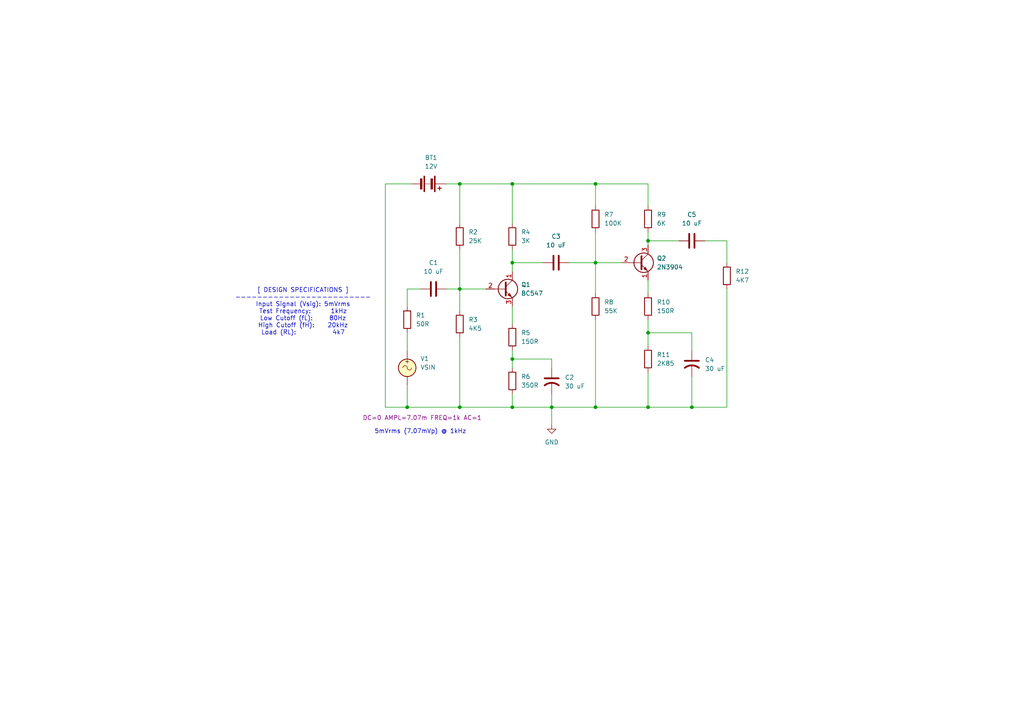
<source format=kicad_sch>
(kicad_sch (version 20250114) (generator "eeschema") (generator_version "9.0")
  (paper "A4")
  (lib_symbols
    (symbol "Device:Battery" (pin_numbers (hide yes)) (pin_names (offset 0) (hide yes))
      (property "Reference" "BT" (at 2.54 2.54 0))
      (property "Value" "Battery" (at 2.54 0 0))
      (symbol "Battery_0_1"
        (rectangle (start -2.286 1.778) (end 2.286 1.524) (fill (type outline)))
        (rectangle (start -2.286 -1.27) (end 2.286 -1.524) (fill (type outline)))
        (rectangle (start -1.524 1.016) (end 1.524 0.508) (fill (type outline)))
        (rectangle (start -1.524 -2.032) (end 1.524 -2.54) (fill (type outline)))
        (polyline (pts (xy 0 1.778) (xy 0 2.54)))
        (polyline (pts (xy 0 0) (xy 0 0.254)))
        (polyline (pts (xy 0 -0.508) (xy 0 -0.254)))
        (polyline (pts (xy 0 -1.016) (xy 0 -0.762)))
        (polyline (pts (xy 0.762 3.048) (xy 1.778 3.048)) (stroke (width 0.254)))
        (polyline (pts (xy 1.27 3.556) (xy 1.27 2.54)) (stroke (width 0.254)))
      )
      (symbol "Battery_1_1"
        (pin passive line (at 0 5.08 270) (length 2.54) (name "+") (number "1"))
        (pin passive line (at 0 -5.08 90) (length 2.54) (name "-") (number "2"))
      )
    )
    (symbol "Device:C" (pin_numbers (hide yes)) (pin_names (offset 0.254))
      (property "Reference" "C" (at 0.635 2.54 0))
      (property "Value" "C" (at 0.635 -2.54 0))
      (symbol "C_0_1"
        (polyline (pts (xy -2.032 0.762) (xy 2.032 0.762)) (stroke (width 0.508)))
        (polyline (pts (xy -2.032 -0.762) (xy 2.032 -0.762)) (stroke (width 0.508)))
      )
      (symbol "C_1_1"
        (pin passive line (at 0 3.81 270) (length 2.794) (name "~") (number "1"))
        (pin passive line (at 0 -3.81 90) (length 2.794) (name "~") (number "2"))
      )
    )
    (symbol "Device:C_US" (pin_numbers (hide yes)) (pin_names (offset 0.254) (hide yes))
      (property "Reference" "C" (at 0.635 2.54 0))
      (property "Value" "C_US" (at 0.635 -2.54 0))
      (symbol "C_US_0_1"
        (polyline (pts (xy -2.032 0.762) (xy 2.032 0.762)) (stroke (width 0.508)))
        (arc (start -2.032 -1.27) (mid 0 -0.5572) (end 2.032 -1.27) (stroke (width 0.508)))
      )
      (symbol "C_US_1_1"
        (pin passive line (at 0 3.81 270) (length 2.794) (name "~") (number "1"))
        (pin passive line (at 0 -3.81 90) (length 3.302) (name "~") (number "2"))
      )
    )
    (symbol "Device:R" (pin_numbers (hide yes)) (pin_names (offset 0))
      (property "Reference" "R" (at 2.032 0 90))
      (property "Value" "R" (at 0 0 90))
      (symbol "R_0_1"
        (rectangle (start -1.016 -2.54) (end 1.016 2.54) (stroke (width 0.254)))
      )
      (symbol "R_1_1"
        (pin passive line (at 0 3.81 270) (length 1.27) (name "~") (number "1"))
        (pin passive line (at 0 -3.81 90) (length 1.27) (name "~") (number "2"))
      )
    )
    (symbol "Simulation_SPICE:VSIN" (pin_numbers (hide yes)) (pin_names (offset 0.0254))
      (property "Reference" "V" (at 2.54 2.54 0))
      (property "Value" "VSIN" (at 2.54 0 0))
      (property "Sim.Params" "dc=0 ampl=1 f=1k ac=1" (at 2.54 -2.54 0))
      (symbol "VSIN_0_0"
        (arc (start -1.27 0) (mid -0.635 0.6323) (end 0 0))
        (arc (start 1.27 0) (mid 0.635 -0.6323) (end 0 0))
        (text "+" (at 0 1.905 0) (effects (font (size 1.27 1.27))))
      )
      (symbol "VSIN_0_1"
        (circle (center 0 0) (radius 2.54) (stroke (width 0.254)) (fill (type background)))
      )
      (symbol "VSIN_1_1"
        (pin passive line (at 0 5.08 270) (length 2.54) (name "~") (number "1"))
        (pin passive line (at 0 -5.08 90) (length 2.54) (name "~") (number "2"))
      )
    )
    (symbol "Transistor_BJT:2N3904" (pin_names (offset 0) (hide yes))
      (property "Reference" "Q" (at 5.08 1.905 0))
      (property "Value" "2N3904" (at 5.08 0 0))
      (symbol "2N3904_0_1"
        (polyline (pts (xy -2.54 0) (xy 0.635 0)))
        (polyline (pts (xy 0.635 1.905) (xy 0.635 -1.905)) (stroke (width 0.508)))
        (circle (center 1.27 0) (radius 2.8194) (stroke (width 0.254)))
      )
      (symbol "2N3904_1_1"
        (polyline (pts (xy 0.635 0.635) (xy 2.54 2.54)))
        (polyline (pts (xy 0.635 -0.635) (xy 2.54 -2.54)))
        (polyline (pts (xy 1.27 -1.778) (xy 1.778 -1.27) (xy 2.286 -2.286) (xy 1.27 -1.778)) (fill (type outline)))
        (pin input line (at -5.08 0 0) (length 2.54) (name "B") (number "2"))
        (pin passive line (at 2.54 5.08 270) (length 2.54) (name "C") (number "3"))
        (pin passive line (at 2.54 -5.08 90) (length 2.54) (name "E") (number "1"))
      )
    )
    (symbol "Transistor_BJT:BC547" (pin_names (offset 0) (hide yes))
      (property "Reference" "Q" (at 5.08 1.905 0))
      (property "Value" "BC547" (at 5.08 0 0))
      (symbol "BC547_0_1"
        (polyline (pts (xy -2.54 0) (xy 0.635 0)))
        (polyline (pts (xy 0.635 1.905) (xy 0.635 -1.905)) (stroke (width 0.508)))
        (circle (center 1.27 0) (radius 2.8194) (stroke (width 0.254)))
      )
      (symbol "BC547_1_1"
        (polyline (pts (xy 0.635 0.635) (xy 2.54 2.54)))
        (polyline (pts (xy 0.635 -0.635) (xy 2.54 -2.54)))
        (polyline (pts (xy 1.27 -1.778) (xy 1.778 -1.27) (xy 2.286 -2.286) (xy 1.27 -1.778)) (fill (type outline)))
        (pin input line (at -5.08 0 0) (length 2.54) (name "B") (number "2"))
        (pin passive line (at 2.54 5.08 270) (length 2.54) (name "C") (number "1"))
        (pin passive line (at 2.54 -5.08 90) (length 2.54) (name "E") (number "3"))
      )
    )
    (symbol "power:GND" (power) (pin_numbers (hide yes)) (pin_names (offset 0) (hide yes))
      (property "Value" "GND" (at 0 -3.81 0))
      (symbol "GND_0_1"
        (polyline (pts (xy 0 0) (xy 0 -1.27) (xy 1.27 -1.27) (xy 0 -2.54) (xy -1.27 -1.27) (xy 0 -1.27)))
      )
      (symbol "GND_1_1"
        (pin power_in line (at 0 0 270) (length 0) (name "~") (number "1"))
      )
    )
  )
  (text "[ DESIGN SPECIFICATIONS ]\n-------------------------\nInput Signal (Vsig): 5mVrms\nTest Frequency:      1kHz\nLow Cutoff (fL):     80Hz\nHigh Cutoff (fH):    20kHz\nLoad (RL):           4k7" (at 87.884 90.424 0) (effects (font (size 1.27 1.27))))
  (text "5mVrms (7.07mVp) @ 1kHz" (at 121.92 125.222 0) (effects (font (size 1.27 1.27))))
  (junction (at 148.59 104.14))
  (junction (at 160.02 118.11))
  (junction (at 172.72 118.11))
  (junction (at 187.96 118.11))
  (junction (at 133.35 83.82))
  (junction (at 133.35 118.11))
  (junction (at 148.59 76.2))
  (junction (at 148.59 53.34))
  (junction (at 148.59 118.11))
  (junction (at 200.66 118.11))
  (junction (at 187.96 69.85))
  (junction (at 133.35 53.34))
  (junction (at 172.72 53.34))
  (junction (at 172.72 76.2))
  (junction (at 118.11 118.11))
  (junction (at 187.96 96.52))
  (wire (pts (xy 133.35 83.82) (xy 133.35 90.17)))
  (wire (pts (xy 172.72 53.34) (xy 187.96 53.34)))
  (wire (pts (xy 148.59 104.14) (xy 160.02 104.14)))
  (wire (pts (xy 148.59 101.6) (xy 148.59 104.14)))
  (wire (pts (xy 172.72 76.2) (xy 172.72 85.09)))
  (wire (pts (xy 148.59 76.2) (xy 148.59 78.74)))
  (wire (pts (xy 187.96 92.71) (xy 187.96 96.52)))
  (wire (pts (xy 210.82 83.82) (xy 210.82 118.11)))
  (wire (pts (xy 187.96 59.69) (xy 187.96 53.34)))
  (wire (pts (xy 160.02 118.11) (xy 148.59 118.11)))
  (wire (pts (xy 133.35 118.11) (xy 148.59 118.11)))
  (wire (pts (xy 148.59 72.39) (xy 148.59 76.2)))
  (wire (pts (xy 172.72 92.71) (xy 172.72 118.11)))
  (wire (pts (xy 200.66 101.6) (xy 200.66 96.52)))
  (wire (pts (xy 160.02 106.68) (xy 160.02 104.14)))
  (wire (pts (xy 133.35 83.82) (xy 140.97 83.82)))
  (wire (pts (xy 200.66 118.11) (xy 210.82 118.11)))
  (wire (pts (xy 133.35 53.34) (xy 148.59 53.34)))
  (wire (pts (xy 187.96 96.52) (xy 187.96 100.33)))
  (wire (pts (xy 210.82 69.85) (xy 204.47 69.85)))
  (wire (pts (xy 172.72 67.31) (xy 172.72 76.2)))
  (wire (pts (xy 118.11 96.52) (xy 118.11 101.6)))
  (wire (pts (xy 111.76 118.11) (xy 118.11 118.11)))
  (wire (pts (xy 148.59 53.34) (xy 148.59 64.77)))
  (wire (pts (xy 148.59 53.34) (xy 172.72 53.34)))
  (wire (pts (xy 133.35 72.39) (xy 133.35 83.82)))
  (wire (pts (xy 129.54 83.82) (xy 133.35 83.82)))
  (wire (pts (xy 119.38 53.34) (xy 111.76 53.34)))
  (wire (pts (xy 187.96 67.31) (xy 187.96 69.85)))
  (wire (pts (xy 111.76 53.34) (xy 111.76 118.11)))
  (wire (pts (xy 160.02 118.11) (xy 172.72 118.11)))
  (wire (pts (xy 133.35 53.34) (xy 133.35 64.77)))
  (wire (pts (xy 118.11 88.9) (xy 118.11 83.82)))
  (wire (pts (xy 172.72 118.11) (xy 187.96 118.11)))
  (wire (pts (xy 172.72 53.34) (xy 172.72 59.69)))
  (wire (pts (xy 129.54 53.34) (xy 133.35 53.34)))
  (wire (pts (xy 157.48 76.2) (xy 148.59 76.2)))
  (wire (pts (xy 187.96 118.11) (xy 200.66 118.11)))
  (wire (pts (xy 118.11 83.82) (xy 121.92 83.82)))
  (wire (pts (xy 200.66 96.52) (xy 187.96 96.52)))
  (wire (pts (xy 210.82 76.2) (xy 210.82 69.85)))
  (wire (pts (xy 187.96 81.28) (xy 187.96 85.09)))
  (wire (pts (xy 160.02 118.11) (xy 160.02 123.19)))
  (wire (pts (xy 148.59 118.11) (xy 148.59 114.3)))
  (wire (pts (xy 160.02 114.3) (xy 160.02 118.11)))
  (wire (pts (xy 118.11 118.11) (xy 133.35 118.11)))
  (wire (pts (xy 200.66 109.22) (xy 200.66 118.11)))
  (wire (pts (xy 118.11 111.76) (xy 118.11 118.11)))
  (wire (pts (xy 133.35 97.79) (xy 133.35 118.11)))
  (wire (pts (xy 165.1 76.2) (xy 172.72 76.2)))
  (wire (pts (xy 187.96 107.95) (xy 187.96 118.11)))
  (wire (pts (xy 148.59 88.9) (xy 148.59 93.98)))
  (wire (pts (xy 148.59 104.14) (xy 148.59 106.68)))
  (wire (pts (xy 187.96 69.85) (xy 196.85 69.85)))
  (wire (pts (xy 172.72 76.2) (xy 180.34 76.2)))
  (wire (pts (xy 187.96 69.85) (xy 187.96 71.12)))
  (symbol (lib_id "Device:Battery") (at 124.46 53.34 270) (unit 1)
    (property "Reference" "BT1" (at 125.0315 45.72 90))
    (property "Value" "12V" (at 125.0315 48.26 90))
    (property "Footprint" "TerminalBlock_Phoenix:TerminalBlock_Phoenix_MKDS-1,5-2_1x02_P5.00mm_Horizontal" (effects (hide yes)))
    (property "Description" "Multiple-cell battery" (effects (hide yes)))
  )
  (symbol (lib_id "Device:R") (at 118.11 92.71 180) (unit 1)
    (property "Reference" "R1" (at 120.65 91.4399 0) (effects (justify right)))
    (property "Value" "50R" (at 120.65 93.9799 0) (effects (justify right)))
    (property "Footprint" "Resistor_THT:R_Axial_DIN0207_L6.3mm_D2.5mm_P10.16mm_Horizontal" (effects (hide yes)))
    (property "Description" "Resistor" (effects (hide yes)))
  )
  (symbol (lib_id "Device:R") (at 187.96 88.9 180) (unit 1)
    (property "Reference" "R10" (at 190.5 87.6299 0) (effects (justify right)))
    (property "Value" "150R" (at 190.5 90.1699 0) (effects (justify right)))
    (property "Footprint" "Resistor_THT:R_Axial_DIN0207_L6.3mm_D2.5mm_P10.16mm_Horizontal" (effects (hide yes)))
    (property "Description" "Resistor" (effects (hide yes)))
  )
  (symbol (lib_id "Device:R") (at 187.96 63.5 180) (unit 1)
    (property "Reference" "R9" (at 190.5 62.2299 0) (effects (justify right)))
    (property "Value" "6K" (at 190.5 64.7699 0) (effects (justify right)))
    (property "Footprint" "Resistor_THT:R_Axial_DIN0207_L6.3mm_D2.5mm_P10.16mm_Horizontal" (effects (hide yes)))
    (property "Description" "Resistor" (effects (hide yes)))
  )
  (symbol (lib_id "Simulation_SPICE:VSIN") (at 118.11 106.68 0) (unit 1)
    (property "Reference" "V1" (at 121.92 104.0101 0) (effects (justify left)))
    (property "Value" "VSIN" (at 121.92 106.5501 0) (effects (justify left)))
    (property "Footprint" "TerminalBlock_Phoenix:TerminalBlock_Phoenix_MKDS-1,5-2_1x02_P5.00mm_Horizontal" (effects (hide yes)))
    (property "Datasheet" "https://ngspice.sourceforge.io/docs/ngspice-html-manual/manual.xhtml#sec_Independent_Sources_for" (effects (hide yes)))
    (property "Description" "Voltage source, sinusoidal" (effects (hide yes)))
    (property "Sim.Pins" "1=+ 2=-" (effects (hide yes)))
    (property "Sim.Params" "DC=0 AMPL=7.07m FREQ=1k AC=1" (at 105.156 121.158 0) (effects (justify left)))
    (property "Sim.Type" "SIN" (effects (hide yes)))
    (property "Sim.Device" "V" (effects (hide yes)))
  )
  (symbol (lib_id "Transistor_BJT:BC547") (at 146.05 83.82 0) (unit 1)
    (property "Reference" "Q1" (at 151.13 82.5499 0) (effects (justify left)))
    (property "Value" "BC547" (at 151.13 85.0899 0) (effects (justify left)))
    (property "Footprint" "Package_TO_SOT_THT:TO-92_Inline" (effects (hide yes)))
    (property "Datasheet" "https://www.onsemi.com/pub/Collateral/BC550-D.pdf" (effects (hide yes)))
    (property "Description" "0.1A Ic, 45V Vce, Small Signal NPN Transistor, TO-92" (effects (hide yes)))
  )
  (symbol (lib_id "Device:C_US") (at 160.02 110.49 0) (unit 1)
    (property "Reference" "C2" (at 163.83 109.4739 0) (effects (justify left)))
    (property "Value" "30 uF" (at 163.83 112.0139 0) (effects (justify left)))
    (property "Footprint" "Capacitor_THT:CP_Radial_D5.0mm_P2.00mm" (effects (hide yes)))
    (property "Description" "capacitor, US symbol" (effects (hide yes)))
  )
  (symbol (lib_id "Transistor_BJT:2N3904") (at 185.42 76.2 0) (unit 1)
    (property "Reference" "Q2" (at 190.5 74.9299 0) (effects (justify left)))
    (property "Value" "2N3904" (at 190.5 77.4699 0) (effects (justify left)))
    (property "Footprint" "Package_TO_SOT_THT:TO-92_Inline" (effects (hide yes)))
    (property "Datasheet" "https://www.onsemi.com/pub/Collateral/2N3903-D.PDF" (effects (hide yes)))
    (property "Description" "0.2A Ic, 40V Vce, Small Signal NPN Transistor, TO-92" (effects (hide yes)))
  )
  (symbol (lib_id "Device:R") (at 172.72 63.5 180) (unit 1)
    (property "Reference" "R7" (at 175.26 62.2299 0) (effects (justify right)))
    (property "Value" "100K" (at 175.26 64.7699 0) (effects (justify right)))
    (property "Footprint" "Resistor_THT:R_Axial_DIN0207_L6.3mm_D2.5mm_P10.16mm_Horizontal" (effects (hide yes)))
    (property "Description" "Resistor" (effects (hide yes)))
  )
  (symbol (lib_id "Device:R") (at 133.35 68.58 180) (unit 1)
    (property "Reference" "R2" (at 135.89 67.3099 0) (effects (justify right)))
    (property "Value" "25K" (at 135.89 69.8499 0) (effects (justify right)))
    (property "Footprint" "Resistor_THT:R_Axial_DIN0207_L6.3mm_D2.5mm_P10.16mm_Horizontal" (effects (hide yes)))
    (property "Description" "Resistor" (effects (hide yes)))
  )
  (symbol (lib_id "power:GND") (at 160.02 123.19 0) (unit 1)
    (property "Reference" "#PWR01" (effects (hide yes)))
    (property "Value" "GND" (at 160.02 128.27 0))
    (property "Description" "Power symbol creates a global label with name \"GND\" , ground" (effects (hide yes)))
  )
  (symbol (lib_id "Device:R") (at 148.59 97.79 180) (unit 1)
    (property "Reference" "R5" (at 151.13 96.5199 0) (effects (justify right)))
    (property "Value" "150R" (at 151.13 99.0599 0) (effects (justify right)))
    (property "Footprint" "Resistor_THT:R_Axial_DIN0207_L6.3mm_D2.5mm_P10.16mm_Horizontal" (effects (hide yes)))
    (property "Description" "Resistor" (effects (hide yes)))
  )
  (symbol (lib_id "Device:R") (at 148.59 68.58 180) (unit 1)
    (property "Reference" "R4" (at 151.13 67.3099 0) (effects (justify right)))
    (property "Value" "3K" (at 151.13 69.8499 0) (effects (justify right)))
    (property "Footprint" "Resistor_THT:R_Axial_DIN0207_L6.3mm_D2.5mm_P10.16mm_Horizontal" (effects (hide yes)))
    (property "Description" "Resistor" (effects (hide yes)))
  )
  (symbol (lib_id "Device:R") (at 133.35 93.98 180) (unit 1)
    (property "Reference" "R3" (at 135.89 92.7099 0) (effects (justify right)))
    (property "Value" "4K5" (at 135.89 95.2499 0) (effects (justify right)))
    (property "Footprint" "Resistor_THT:R_Axial_DIN0207_L6.3mm_D2.5mm_P10.16mm_Horizontal" (effects (hide yes)))
    (property "Description" "Resistor" (effects (hide yes)))
  )
  (symbol (lib_id "Device:R") (at 210.82 80.01 180) (unit 1)
    (property "Reference" "R12" (at 213.36 78.7399 0) (effects (justify right)))
    (property "Value" "4K7" (at 213.36 81.2799 0) (effects (justify right)))
    (property "Footprint" "TerminalBlock_Phoenix:TerminalBlock_Phoenix_MKDS-1,5-2_1x02_P5.00mm_Horizontal" (effects (hide yes)))
    (property "Description" "Resistor" (effects (hide yes)))
  )
  (symbol (lib_id "Device:R") (at 187.96 104.14 180) (unit 1)
    (property "Reference" "R11" (at 190.5 102.8699 0) (effects (justify right)))
    (property "Value" "2K85" (at 190.5 105.4099 0) (effects (justify right)))
    (property "Footprint" "Resistor_THT:R_Axial_DIN0207_L6.3mm_D2.5mm_P10.16mm_Horizontal" (effects (hide yes)))
    (property "Description" "Resistor" (effects (hide yes)))
  )
  (symbol (lib_id "Device:C") (at 125.73 83.82 90) (unit 1)
    (property "Reference" "C1" (at 125.73 76.2 90))
    (property "Value" "10 uF" (at 125.73 78.74 90))
    (property "Footprint" "Capacitor_THT:C_Disc_D9.0mm_W5.0mm_P5.00mm" (effects (hide yes)))
    (property "Description" "Unpolarized capacitor" (effects (hide yes)))
  )
  (symbol (lib_id "Device:C_US") (at 200.66 105.41 0) (unit 1)
    (property "Reference" "C4" (at 204.47 104.3939 0) (effects (justify left)))
    (property "Value" "30 uF" (at 204.47 106.9339 0) (effects (justify left)))
    (property "Footprint" "Capacitor_THT:CP_Radial_D5.0mm_P2.00mm" (effects (hide yes)))
    (property "Description" "capacitor, US symbol" (effects (hide yes)))
  )
  (symbol (lib_id "Device:C") (at 200.66 69.85 270) (unit 1)
    (property "Reference" "C5" (at 200.66 62.23 90))
    (property "Value" "10 uF" (at 200.66 64.77 90))
    (property "Footprint" "Capacitor_THT:C_Disc_D9.0mm_W5.0mm_P5.00mm" (effects (hide yes)))
    (property "Description" "Unpolarized capacitor" (effects (hide yes)))
  )
  (symbol (lib_id "Device:R") (at 172.72 88.9 180) (unit 1)
    (property "Reference" "R8" (at 175.26 87.6299 0) (effects (justify right)))
    (property "Value" "55K" (at 175.26 90.1699 0) (effects (justify right)))
    (property "Footprint" "Resistor_THT:R_Axial_DIN0207_L6.3mm_D2.5mm_P10.16mm_Horizontal" (effects (hide yes)))
    (property "Description" "Resistor" (effects (hide yes)))
  )
  (symbol (lib_id "Device:R") (at 148.59 110.49 180) (unit 1)
    (property "Reference" "R6" (at 151.13 109.2199 0) (effects (justify right)))
    (property "Value" "350R" (at 151.13 111.7599 0) (effects (justify right)))
    (property "Footprint" "Resistor_THT:R_Axial_DIN0207_L6.3mm_D2.5mm_P10.16mm_Horizontal" (effects (hide yes)))
    (property "Description" "Resistor" (effects (hide yes)))
  )
  (symbol (lib_id "Device:C") (at 161.29 76.2 90) (unit 1)
    (property "Reference" "C3" (at 161.29 68.58 90))
    (property "Value" "10 uF" (at 161.29 71.12 90))
    (property "Footprint" "Capacitor_THT:C_Disc_D9.0mm_W5.0mm_P5.00mm" (effects (hide yes)))
    (property "Description" "Unpolarized capacitor" (effects (hide yes)))
  )
)
</source>
